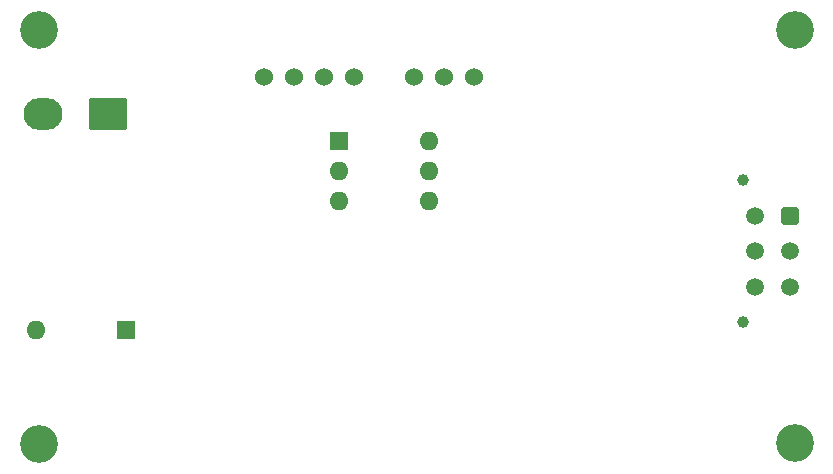
<source format=gbr>
G04 #@! TF.GenerationSoftware,KiCad,Pcbnew,7.0.7*
G04 #@! TF.CreationDate,2023-10-01T09:25:35+02:00*
G04 #@! TF.ProjectId,TSALv3,5453414c-7633-42e6-9b69-6361645f7063,rev?*
G04 #@! TF.SameCoordinates,Original*
G04 #@! TF.FileFunction,Soldermask,Bot*
G04 #@! TF.FilePolarity,Negative*
%FSLAX46Y46*%
G04 Gerber Fmt 4.6, Leading zero omitted, Abs format (unit mm)*
G04 Created by KiCad (PCBNEW 7.0.7) date 2023-10-01 09:25:35*
%MOMM*%
%LPD*%
G01*
G04 APERTURE LIST*
G04 Aperture macros list*
%AMRoundRect*
0 Rectangle with rounded corners*
0 $1 Rounding radius*
0 $2 $3 $4 $5 $6 $7 $8 $9 X,Y pos of 4 corners*
0 Add a 4 corners polygon primitive as box body*
4,1,4,$2,$3,$4,$5,$6,$7,$8,$9,$2,$3,0*
0 Add four circle primitives for the rounded corners*
1,1,$1+$1,$2,$3*
1,1,$1+$1,$4,$5*
1,1,$1+$1,$6,$7*
1,1,$1+$1,$8,$9*
0 Add four rect primitives between the rounded corners*
20,1,$1+$1,$2,$3,$4,$5,0*
20,1,$1+$1,$4,$5,$6,$7,0*
20,1,$1+$1,$6,$7,$8,$9,0*
20,1,$1+$1,$8,$9,$2,$3,0*%
G04 Aperture macros list end*
%ADD10RoundRect,0.250001X-1.399999X1.099999X-1.399999X-1.099999X1.399999X-1.099999X1.399999X1.099999X0*%
%ADD11O,3.300000X2.700000*%
%ADD12R,1.600000X1.600000*%
%ADD13O,1.600000X1.600000*%
%ADD14C,1.000000*%
%ADD15RoundRect,0.250001X-0.499999X0.499999X-0.499999X-0.499999X0.499999X-0.499999X0.499999X0.499999X0*%
%ADD16C,1.500000*%
%ADD17C,3.200000*%
%ADD18C,1.524000*%
G04 APERTURE END LIST*
D10*
X58420000Y-61468000D03*
D11*
X52920000Y-61468000D03*
D12*
X59944000Y-79756000D03*
D13*
X52324000Y-79756000D03*
D14*
X112239600Y-67104000D03*
X112239600Y-79104000D03*
D15*
X116179600Y-70104000D03*
D16*
X116179600Y-73104000D03*
X116179600Y-76104000D03*
X113179600Y-70104000D03*
X113179600Y-73104000D03*
X113179600Y-76104000D03*
D17*
X116586000Y-89356000D03*
X52578000Y-89408000D03*
X116586000Y-54356000D03*
D12*
X77978000Y-63754000D03*
D13*
X77978000Y-66294000D03*
X77978000Y-68834000D03*
X85598000Y-68834000D03*
X85598000Y-66294000D03*
X85598000Y-63754000D03*
D18*
X89408000Y-58334000D03*
X86868000Y-58334000D03*
X84328000Y-58334000D03*
X79248000Y-58334000D03*
X76708000Y-58334000D03*
X74168000Y-58334000D03*
X71628000Y-58334000D03*
D17*
X52578000Y-54356000D03*
M02*

</source>
